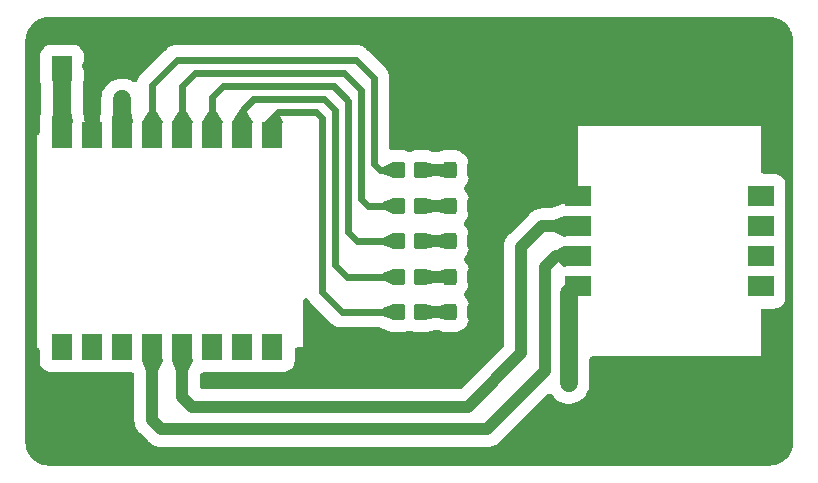
<source format=gbr>
%TF.GenerationSoftware,KiCad,Pcbnew,7.0.11*%
%TF.CreationDate,2024-11-27T22:18:04+00:00*%
%TF.ProjectId,project_x_pcb,70726f6a-6563-4745-9f78-5f7063622e6b,rev?*%
%TF.SameCoordinates,Original*%
%TF.FileFunction,Copper,L1,Top*%
%TF.FilePolarity,Positive*%
%FSLAX46Y46*%
G04 Gerber Fmt 4.6, Leading zero omitted, Abs format (unit mm)*
G04 Created by KiCad (PCBNEW 7.0.11) date 2024-11-27 22:18:04*
%MOMM*%
%LPD*%
G01*
G04 APERTURE LIST*
G04 Aperture macros list*
%AMRoundRect*
0 Rectangle with rounded corners*
0 $1 Rounding radius*
0 $2 $3 $4 $5 $6 $7 $8 $9 X,Y pos of 4 corners*
0 Add a 4 corners polygon primitive as box body*
4,1,4,$2,$3,$4,$5,$6,$7,$8,$9,$2,$3,0*
0 Add four circle primitives for the rounded corners*
1,1,$1+$1,$2,$3*
1,1,$1+$1,$4,$5*
1,1,$1+$1,$6,$7*
1,1,$1+$1,$8,$9*
0 Add four rect primitives between the rounded corners*
20,1,$1+$1,$2,$3,$4,$5,0*
20,1,$1+$1,$4,$5,$6,$7,0*
20,1,$1+$1,$6,$7,$8,$9,0*
20,1,$1+$1,$8,$9,$2,$3,0*%
G04 Aperture macros list end*
%TA.AperFunction,SMDPad,CuDef*%
%ADD10RoundRect,0.250000X0.325000X0.450000X-0.325000X0.450000X-0.325000X-0.450000X0.325000X-0.450000X0*%
%TD*%
%TA.AperFunction,SMDPad,CuDef*%
%ADD11RoundRect,0.250000X-0.350000X-0.450000X0.350000X-0.450000X0.350000X0.450000X-0.350000X0.450000X0*%
%TD*%
%TA.AperFunction,SMDPad,CuDef*%
%ADD12R,2.200000X1.800000*%
%TD*%
%TA.AperFunction,SMDPad,CuDef*%
%ADD13R,1.800000X2.200000*%
%TD*%
%TA.AperFunction,ComponentPad*%
%ADD14R,1.700000X1.700000*%
%TD*%
%TA.AperFunction,ComponentPad*%
%ADD15O,1.700000X1.700000*%
%TD*%
%TA.AperFunction,ViaPad*%
%ADD16C,1.200000*%
%TD*%
%TA.AperFunction,Conductor*%
%ADD17C,0.600000*%
%TD*%
%TA.AperFunction,Conductor*%
%ADD18C,1.000000*%
%TD*%
%TA.AperFunction,Conductor*%
%ADD19C,1.500000*%
%TD*%
G04 APERTURE END LIST*
D10*
%TO.P,D3,1,K*%
%TO.N,GND*%
X102010000Y-71000000D03*
%TO.P,D3,2,A*%
%TO.N,Net-(D3-A)*%
X99960000Y-71000000D03*
%TD*%
D11*
%TO.P,R2,1*%
%TO.N,LED4*%
X95510000Y-68000000D03*
%TO.P,R2,2*%
%TO.N,Net-(D2-A)*%
X97510000Y-68000000D03*
%TD*%
D12*
%TO.P,U2,1,GND*%
%TO.N,GND*%
X110750000Y-67190000D03*
%TO.P,U2,2,SCL*%
%TO.N,SCL*%
X110750000Y-69730000D03*
%TO.P,U2,3,SDA*%
%TO.N,SDA*%
X110750000Y-72270000D03*
%TO.P,U2,4,VIN*%
%TO.N,/3.3V*%
X110750000Y-74810000D03*
%TO.P,U2,5,GND*%
%TO.N,unconnected-(U2-GND-Pad5)*%
X126250000Y-74810000D03*
%TO.P,U2,6,RD*%
%TO.N,unconnected-(U2-RD-Pad6)*%
X126250000Y-72270000D03*
%TO.P,U2,7,IRD*%
%TO.N,unconnected-(U2-IRD-Pad7)*%
X126250000Y-69730000D03*
%TO.P,U2,8,INT*%
%TO.N,unconnected-(U2-INT-Pad8)*%
X126250000Y-67190000D03*
%TD*%
D11*
%TO.P,R3,1*%
%TO.N,LED3*%
X95510000Y-71000000D03*
%TO.P,R3,2*%
%TO.N,Net-(D3-A)*%
X97510000Y-71000000D03*
%TD*%
%TO.P,R5,1*%
%TO.N,LED1*%
X95510000Y-77000000D03*
%TO.P,R5,2*%
%TO.N,Net-(D5-A)*%
X97510000Y-77000000D03*
%TD*%
D13*
%TO.P,U1,1,A5/MISO*%
%TO.N,unconnected-(U1-A5{slash}MISO-Pad1)*%
X67110000Y-80000000D03*
%TO.P,U1,2,MOSI*%
%TO.N,unconnected-(U1-MOSI-Pad2)*%
X69650000Y-80000000D03*
%TO.P,U1,3,SS*%
%TO.N,unconnected-(U1-SS-Pad3)*%
X72190000Y-80000000D03*
%TO.P,U1,4,SDA*%
%TO.N,SDA*%
X74730000Y-80000000D03*
%TO.P,U1,5,SCL*%
%TO.N,SCL*%
X77270000Y-80000000D03*
%TO.P,U1,6,10*%
%TO.N,unconnected-(U1-10-Pad6)*%
X79810000Y-80000000D03*
%TO.P,U1,7,RX*%
%TO.N,unconnected-(U1-RX-Pad7)*%
X82350000Y-80000000D03*
%TO.P,U1,8,TX*%
%TO.N,unconnected-(U1-TX-Pad8)*%
X84890000Y-80000000D03*
%TO.P,U1,9,A0*%
%TO.N,LED1*%
X84890000Y-62000000D03*
%TO.P,U1,10,A1*%
%TO.N,LED2*%
X82350000Y-62000000D03*
%TO.P,U1,11,A2*%
%TO.N,LED3*%
X79810000Y-62000000D03*
%TO.P,U1,12,A3*%
%TO.N,LED4*%
X77270000Y-62000000D03*
%TO.P,U1,13,A4/SCL*%
%TO.N,LED5*%
X74730000Y-62000000D03*
%TO.P,U1,14,3.3V*%
%TO.N,/3.3V*%
X72190000Y-62000000D03*
%TO.P,U1,15,GND*%
%TO.N,GND*%
X69650000Y-62000000D03*
%TO.P,U1,16,5V*%
%TO.N,VDD*%
X67110000Y-62000000D03*
%TD*%
D11*
%TO.P,R4,1*%
%TO.N,LED2*%
X95510000Y-74000000D03*
%TO.P,R4,2*%
%TO.N,Net-(D4-A)*%
X97510000Y-74000000D03*
%TD*%
D10*
%TO.P,D2,1,K*%
%TO.N,GND*%
X102010000Y-68000000D03*
%TO.P,D2,2,A*%
%TO.N,Net-(D2-A)*%
X99960000Y-68000000D03*
%TD*%
%TO.P,D1,1,K*%
%TO.N,GND*%
X102010000Y-65000000D03*
%TO.P,D1,2,A*%
%TO.N,Net-(D1-A)*%
X99960000Y-65000000D03*
%TD*%
D11*
%TO.P,R1,1*%
%TO.N,LED5*%
X95510000Y-65000000D03*
%TO.P,R1,2*%
%TO.N,Net-(D1-A)*%
X97510000Y-65000000D03*
%TD*%
D10*
%TO.P,D4,1,K*%
%TO.N,GND*%
X102010000Y-74000000D03*
%TO.P,D4,2,A*%
%TO.N,Net-(D4-A)*%
X99960000Y-74000000D03*
%TD*%
%TO.P,D5,1,K*%
%TO.N,GND*%
X102010000Y-77000000D03*
%TO.P,D5,2,A*%
%TO.N,Net-(D5-A)*%
X99960000Y-77000000D03*
%TD*%
D14*
%TO.P,J1,1,Pin_1*%
%TO.N,VDD*%
X67100000Y-56200000D03*
D15*
%TO.P,J1,2,Pin_2*%
%TO.N,GND*%
X69640000Y-56200000D03*
%TD*%
D16*
%TO.N,GND*%
X90500000Y-80000000D03*
X126500000Y-88000000D03*
X104000000Y-61000000D03*
X126500000Y-54500000D03*
X66500000Y-88000000D03*
%TO.N,/3.3V*%
X72190000Y-59000000D03*
X110000000Y-83000000D03*
%TD*%
D17*
%TO.N,GND*%
X69650000Y-62000000D02*
X69650000Y-56210000D01*
X110750000Y-67190000D02*
X104200000Y-67190000D01*
D18*
X102200000Y-65190000D02*
X102010000Y-65000000D01*
D17*
X69650000Y-56210000D02*
X69640000Y-56200000D01*
X102010000Y-77000000D02*
X102010000Y-65000000D01*
X104200000Y-67190000D02*
X102010000Y-65000000D01*
%TO.N,LED1*%
X95510000Y-77000000D02*
X90800000Y-77000000D01*
X84890000Y-60610000D02*
X84890000Y-62000000D01*
X88600000Y-60100000D02*
X85400000Y-60100000D01*
X89100000Y-60600000D02*
X88600000Y-60100000D01*
X85400000Y-60100000D02*
X84890000Y-60610000D01*
X90800000Y-77000000D02*
X89100000Y-75300000D01*
X89100000Y-75300000D02*
X89100000Y-60600000D01*
%TO.N,LED2*%
X89300000Y-59000000D02*
X83300000Y-59000000D01*
X91200000Y-74000000D02*
X90200000Y-73000000D01*
X90200000Y-59900000D02*
X89300000Y-59000000D01*
X90200000Y-73000000D02*
X90200000Y-59900000D01*
X83300000Y-59000000D02*
X82350000Y-59950000D01*
X95510000Y-74000000D02*
X91200000Y-74000000D01*
X82350000Y-59950000D02*
X82350000Y-62000000D01*
%TO.N,LED3*%
X95510000Y-71000000D02*
X92100000Y-71000000D01*
X91300000Y-70200000D02*
X91300000Y-59100000D01*
X92100000Y-71000000D02*
X91300000Y-70200000D01*
X80700000Y-57900000D02*
X79810000Y-58790000D01*
X79810000Y-58790000D02*
X79810000Y-62000000D01*
X90100000Y-57900000D02*
X80700000Y-57900000D01*
X91300000Y-59100000D02*
X90100000Y-57900000D01*
%TO.N,LED4*%
X91000000Y-56800000D02*
X92400000Y-58200000D01*
X77270000Y-57880000D02*
X78350000Y-56800000D01*
X92400000Y-58200000D02*
X92400000Y-67400000D01*
X92400000Y-67400000D02*
X93000000Y-68000000D01*
X77270000Y-62000000D02*
X77270000Y-57880000D01*
X93000000Y-68000000D02*
X95510000Y-68000000D01*
X78350000Y-56800000D02*
X91000000Y-56800000D01*
%TO.N,LED5*%
X74730000Y-62000000D02*
X74730000Y-57770000D01*
X74730000Y-57770000D02*
X76800000Y-55700000D01*
X92000000Y-55700000D02*
X93500000Y-57200000D01*
X94000000Y-65000000D02*
X95510000Y-65000000D01*
X76800000Y-55700000D02*
X92000000Y-55700000D01*
X93500000Y-64500000D02*
X94000000Y-65000000D01*
X93500000Y-57200000D02*
X93500000Y-64500000D01*
D19*
%TO.N,VDD*%
X67100000Y-61990000D02*
X67110000Y-62000000D01*
X67100000Y-56200000D02*
X67100000Y-61990000D01*
D18*
%TO.N,SDA*%
X108929898Y-72270000D02*
X108000000Y-73199898D01*
X75500000Y-86900000D02*
X74730000Y-86130000D01*
X110750000Y-72270000D02*
X108929898Y-72270000D01*
X108000000Y-82000000D02*
X103100000Y-86900000D01*
X74730000Y-86130000D02*
X74730000Y-80000000D01*
X108000000Y-73199898D02*
X108000000Y-82000000D01*
X103100000Y-86900000D02*
X75500000Y-86900000D01*
%TO.N,SCL*%
X101500000Y-85000000D02*
X78110000Y-85000000D01*
X106000000Y-71500000D02*
X106000000Y-80500000D01*
X77270000Y-84160000D02*
X77270000Y-80000000D01*
X110750000Y-69730000D02*
X107770000Y-69730000D01*
X107770000Y-69730000D02*
X106000000Y-71500000D01*
X106000000Y-80500000D02*
X101500000Y-85000000D01*
X78110000Y-85000000D02*
X77270000Y-84160000D01*
%TO.N,/3.3V*%
X110160660Y-75399340D02*
X110000000Y-75399340D01*
X110750000Y-74810000D02*
X110160660Y-75399340D01*
D19*
X72190000Y-59000000D02*
X72190000Y-62000000D01*
X110000000Y-83000000D02*
X110000000Y-75399340D01*
D18*
%TO.N,Net-(D1-A)*%
X97510000Y-65000000D02*
X99960000Y-65000000D01*
%TO.N,Net-(D2-A)*%
X97510000Y-68000000D02*
X99960000Y-68000000D01*
%TO.N,Net-(D3-A)*%
X97510000Y-71000000D02*
X99960000Y-71000000D01*
%TO.N,Net-(D4-A)*%
X97510000Y-74000000D02*
X99960000Y-74000000D01*
%TO.N,Net-(D5-A)*%
X97510000Y-77000000D02*
X99960000Y-77000000D01*
%TD*%
%TA.AperFunction,Conductor*%
%TO.N,SDA*%
G36*
X109655804Y-71444006D02*
G01*
X110738812Y-72260327D01*
X110743356Y-72268043D01*
X110741113Y-72276712D01*
X110739180Y-72278725D01*
X109657548Y-73163823D01*
X109648975Y-73166410D01*
X109642565Y-73163687D01*
X109156601Y-72751063D01*
X109155901Y-72750417D01*
X108460587Y-72055103D01*
X108457160Y-72046830D01*
X108460587Y-72038557D01*
X108463603Y-72036378D01*
X109643507Y-71442896D01*
X109652435Y-71442241D01*
X109655804Y-71444006D01*
G37*
%TD.AperFunction*%
%TD*%
%TA.AperFunction,Conductor*%
%TO.N,LED3*%
G36*
X94971081Y-70406322D02*
G01*
X95205965Y-70664594D01*
X95503840Y-70992128D01*
X95506871Y-71000554D01*
X95503840Y-71007872D01*
X94971083Y-71593675D01*
X94962981Y-71597490D01*
X94957557Y-71596441D01*
X94316830Y-71303126D01*
X94310734Y-71296567D01*
X94310000Y-71292488D01*
X94310000Y-70707511D01*
X94313427Y-70699238D01*
X94316828Y-70696873D01*
X94957558Y-70403557D01*
X94966506Y-70403230D01*
X94971081Y-70406322D01*
G37*
%TD.AperFunction*%
%TD*%
%TA.AperFunction,Conductor*%
%TO.N,Net-(D3-A)*%
G36*
X99426349Y-70428119D02*
G01*
X99427686Y-70429343D01*
X99603430Y-70617392D01*
X99953533Y-70992011D01*
X99956678Y-71000396D01*
X99953533Y-71007989D01*
X99427689Y-71570653D01*
X99419537Y-71574357D01*
X99417722Y-71574278D01*
X98820281Y-71501256D01*
X98812484Y-71496850D01*
X98810000Y-71489642D01*
X98810000Y-70510357D01*
X98813427Y-70502084D01*
X98820279Y-70498743D01*
X99417723Y-70425721D01*
X99426349Y-70428119D01*
G37*
%TD.AperFunction*%
%TD*%
%TA.AperFunction,Conductor*%
%TO.N,LED1*%
G36*
X94971081Y-76406322D02*
G01*
X95205965Y-76664594D01*
X95503840Y-76992128D01*
X95506871Y-77000554D01*
X95503840Y-77007872D01*
X94971083Y-77593675D01*
X94962981Y-77597490D01*
X94957557Y-77596441D01*
X94316830Y-77303126D01*
X94310734Y-77296567D01*
X94310000Y-77292488D01*
X94310000Y-76707511D01*
X94313427Y-76699238D01*
X94316828Y-76696873D01*
X94957558Y-76403557D01*
X94966506Y-76403230D01*
X94971081Y-76406322D01*
G37*
%TD.AperFunction*%
%TD*%
%TA.AperFunction,Conductor*%
%TO.N,Net-(D3-A)*%
G36*
X98060868Y-70400945D02*
G01*
X98700067Y-70498484D01*
X98707726Y-70503119D01*
X98710000Y-70510049D01*
X98710000Y-71489950D01*
X98706573Y-71498223D01*
X98700065Y-71501516D01*
X98060869Y-71599053D01*
X98052174Y-71596913D01*
X98050448Y-71595359D01*
X97516159Y-71007872D01*
X97513128Y-70999446D01*
X97516159Y-70992128D01*
X98050450Y-70404639D01*
X98058550Y-70400825D01*
X98060868Y-70400945D01*
G37*
%TD.AperFunction*%
%TD*%
%TA.AperFunction,Conductor*%
%TO.N,SCL*%
G36*
X77277405Y-80008428D02*
G01*
X77279059Y-80010082D01*
X78165442Y-81094424D01*
X78168024Y-81102998D01*
X78167075Y-81106581D01*
X77773088Y-81993052D01*
X77766596Y-81999220D01*
X77762396Y-82000000D01*
X76777604Y-82000000D01*
X76769331Y-81996573D01*
X76766912Y-81993052D01*
X76372923Y-81106578D01*
X76372696Y-81097629D01*
X76374554Y-81094428D01*
X77260941Y-80010081D01*
X77268831Y-80005846D01*
X77277405Y-80008428D01*
G37*
%TD.AperFunction*%
%TD*%
%TA.AperFunction,Conductor*%
%TO.N,LED5*%
G36*
X75032011Y-60003427D02*
G01*
X75033473Y-60005210D01*
X75625201Y-60892802D01*
X75626939Y-60901587D01*
X75624525Y-60906697D01*
X74739059Y-61989917D01*
X74731169Y-61994153D01*
X74722595Y-61991571D01*
X74720941Y-61989917D01*
X73835474Y-60906697D01*
X73832892Y-60898123D01*
X73834797Y-60892804D01*
X74426527Y-60005210D01*
X74433967Y-60000227D01*
X74436262Y-60000000D01*
X75023738Y-60000000D01*
X75032011Y-60003427D01*
G37*
%TD.AperFunction*%
%TD*%
%TA.AperFunction,Conductor*%
%TO.N,SCL*%
G36*
X109655575Y-68834557D02*
G01*
X110739917Y-69720941D01*
X110744153Y-69728831D01*
X110741571Y-69737405D01*
X110739917Y-69739059D01*
X109655575Y-70625442D01*
X109647001Y-70628024D01*
X109643419Y-70627075D01*
X108756948Y-70233088D01*
X108750780Y-70226596D01*
X108750000Y-70222396D01*
X108750000Y-69237604D01*
X108753427Y-69229331D01*
X108756948Y-69226912D01*
X109643421Y-68832923D01*
X109652370Y-68832696D01*
X109655575Y-68834557D01*
G37*
%TD.AperFunction*%
%TD*%
%TA.AperFunction,Conductor*%
%TO.N,LED1*%
G36*
X85117475Y-59974811D02*
G01*
X85117704Y-59975034D01*
X85532136Y-60389466D01*
X85534312Y-60392475D01*
X85786579Y-60893209D01*
X85787241Y-60902139D01*
X85785185Y-60905883D01*
X84899797Y-61987869D01*
X84891905Y-61992101D01*
X84883332Y-61989514D01*
X84880724Y-61986502D01*
X84229934Y-60907623D01*
X84228595Y-60898769D01*
X84231455Y-60893537D01*
X85100938Y-59975261D01*
X85109112Y-59971611D01*
X85117475Y-59974811D01*
G37*
%TD.AperFunction*%
%TD*%
%TA.AperFunction,Conductor*%
%TO.N,Net-(D1-A)*%
G36*
X99426349Y-64428119D02*
G01*
X99427686Y-64429343D01*
X99603430Y-64617392D01*
X99953533Y-64992011D01*
X99956678Y-65000396D01*
X99953533Y-65007989D01*
X99427689Y-65570653D01*
X99419537Y-65574357D01*
X99417722Y-65574278D01*
X98820281Y-65501256D01*
X98812484Y-65496850D01*
X98810000Y-65489642D01*
X98810000Y-64510357D01*
X98813427Y-64502084D01*
X98820279Y-64498743D01*
X99417723Y-64425721D01*
X99426349Y-64428119D01*
G37*
%TD.AperFunction*%
%TD*%
%TA.AperFunction,Conductor*%
%TO.N,VDD*%
G36*
X67108266Y-56207276D02*
G01*
X67945996Y-57045991D01*
X67949418Y-57054266D01*
X67949338Y-57055626D01*
X67851216Y-57889667D01*
X67846846Y-57897483D01*
X67839596Y-57900000D01*
X66360404Y-57900000D01*
X66352131Y-57896573D01*
X66348784Y-57889667D01*
X66250661Y-57055623D01*
X66253098Y-57047009D01*
X66253992Y-57046002D01*
X67091723Y-56207286D01*
X67099993Y-56203855D01*
X67108266Y-56207276D01*
G37*
%TD.AperFunction*%
%TD*%
%TA.AperFunction,Conductor*%
%TO.N,LED5*%
G36*
X94971081Y-64406322D02*
G01*
X95205965Y-64664594D01*
X95503840Y-64992128D01*
X95506871Y-65000554D01*
X95503840Y-65007872D01*
X94971083Y-65593675D01*
X94962981Y-65597490D01*
X94957557Y-65596441D01*
X94316830Y-65303126D01*
X94310734Y-65296567D01*
X94310000Y-65292488D01*
X94310000Y-64707511D01*
X94313427Y-64699238D01*
X94316828Y-64696873D01*
X94957558Y-64403557D01*
X94966506Y-64403230D01*
X94971081Y-64406322D01*
G37*
%TD.AperFunction*%
%TD*%
%TA.AperFunction,Conductor*%
%TO.N,LED4*%
G36*
X77572011Y-60003427D02*
G01*
X77573473Y-60005210D01*
X78165201Y-60892802D01*
X78166939Y-60901587D01*
X78164525Y-60906697D01*
X77279059Y-61989917D01*
X77271169Y-61994153D01*
X77262595Y-61991571D01*
X77260941Y-61989917D01*
X76375474Y-60906697D01*
X76372892Y-60898123D01*
X76374797Y-60892804D01*
X76966527Y-60005210D01*
X76973967Y-60000227D01*
X76976262Y-60000000D01*
X77563738Y-60000000D01*
X77572011Y-60003427D01*
G37*
%TD.AperFunction*%
%TD*%
%TA.AperFunction,Conductor*%
%TO.N,Net-(D2-A)*%
G36*
X99426349Y-67428119D02*
G01*
X99427686Y-67429343D01*
X99603430Y-67617392D01*
X99953533Y-67992011D01*
X99956678Y-68000396D01*
X99953533Y-68007989D01*
X99427689Y-68570653D01*
X99419537Y-68574357D01*
X99417722Y-68574278D01*
X98820281Y-68501256D01*
X98812484Y-68496850D01*
X98810000Y-68489642D01*
X98810000Y-67510357D01*
X98813427Y-67502084D01*
X98820279Y-67498743D01*
X99417723Y-67425721D01*
X99426349Y-67428119D01*
G37*
%TD.AperFunction*%
%TD*%
%TA.AperFunction,Conductor*%
%TO.N,/3.3V*%
G36*
X72938362Y-60003427D02*
G01*
X72941630Y-60009777D01*
X73089128Y-60894773D01*
X73087108Y-60903497D01*
X73086646Y-60904101D01*
X72199059Y-61989917D01*
X72191169Y-61994153D01*
X72182595Y-61991571D01*
X72180941Y-61989917D01*
X71293353Y-60904101D01*
X71290771Y-60895527D01*
X71290871Y-60894773D01*
X71438370Y-60009777D01*
X71443111Y-60002179D01*
X71449911Y-60000000D01*
X72930089Y-60000000D01*
X72938362Y-60003427D01*
G37*
%TD.AperFunction*%
%TD*%
%TA.AperFunction,Conductor*%
%TO.N,Net-(D2-A)*%
G36*
X98060868Y-67400945D02*
G01*
X98700067Y-67498484D01*
X98707726Y-67503119D01*
X98710000Y-67510049D01*
X98710000Y-68489950D01*
X98706573Y-68498223D01*
X98700065Y-68501516D01*
X98060869Y-68599053D01*
X98052174Y-68596913D01*
X98050448Y-68595359D01*
X97516159Y-68007872D01*
X97513128Y-67999446D01*
X97516159Y-67992128D01*
X98050450Y-67404639D01*
X98058550Y-67400825D01*
X98060868Y-67400945D01*
G37*
%TD.AperFunction*%
%TD*%
%TA.AperFunction,Conductor*%
%TO.N,Net-(D4-A)*%
G36*
X99426349Y-73428119D02*
G01*
X99427686Y-73429343D01*
X99603430Y-73617392D01*
X99953533Y-73992011D01*
X99956678Y-74000396D01*
X99953533Y-74007989D01*
X99427689Y-74570653D01*
X99419537Y-74574357D01*
X99417722Y-74574278D01*
X98820281Y-74501256D01*
X98812484Y-74496850D01*
X98810000Y-74489642D01*
X98810000Y-73510357D01*
X98813427Y-73502084D01*
X98820279Y-73498743D01*
X99417723Y-73425721D01*
X99426349Y-73428119D01*
G37*
%TD.AperFunction*%
%TD*%
%TA.AperFunction,Conductor*%
%TO.N,LED2*%
G36*
X94971081Y-73406322D02*
G01*
X95205965Y-73664594D01*
X95503840Y-73992128D01*
X95506871Y-74000554D01*
X95503840Y-74007872D01*
X94971083Y-74593675D01*
X94962981Y-74597490D01*
X94957557Y-74596441D01*
X94316830Y-74303126D01*
X94310734Y-74296567D01*
X94310000Y-74292488D01*
X94310000Y-73707511D01*
X94313427Y-73699238D01*
X94316828Y-73696873D01*
X94957558Y-73403557D01*
X94966506Y-73403230D01*
X94971081Y-73406322D01*
G37*
%TD.AperFunction*%
%TD*%
%TA.AperFunction,Conductor*%
%TO.N,VDD*%
G36*
X67848411Y-60003427D02*
G01*
X67851669Y-60009720D01*
X68003610Y-60894763D01*
X68001633Y-60903497D01*
X68001160Y-60904121D01*
X67119053Y-61989856D01*
X67111176Y-61994116D01*
X67102594Y-61991559D01*
X67100913Y-61989883D01*
X66213304Y-60904042D01*
X66210722Y-60895468D01*
X66210798Y-60894867D01*
X66348460Y-60009902D01*
X66353118Y-60002254D01*
X66360021Y-60000000D01*
X67840138Y-60000000D01*
X67848411Y-60003427D01*
G37*
%TD.AperFunction*%
%TD*%
%TA.AperFunction,Conductor*%
%TO.N,LED4*%
G36*
X94971081Y-67406322D02*
G01*
X95205965Y-67664594D01*
X95503840Y-67992128D01*
X95506871Y-68000554D01*
X95503840Y-68007872D01*
X94971083Y-68593675D01*
X94962981Y-68597490D01*
X94957557Y-68596441D01*
X94316830Y-68303126D01*
X94310734Y-68296567D01*
X94310000Y-68292488D01*
X94310000Y-67707511D01*
X94313427Y-67699238D01*
X94316828Y-67696873D01*
X94957558Y-67403557D01*
X94966506Y-67403230D01*
X94971081Y-67406322D01*
G37*
%TD.AperFunction*%
%TD*%
%TA.AperFunction,Conductor*%
%TO.N,LED3*%
G36*
X80112011Y-60003427D02*
G01*
X80113473Y-60005210D01*
X80705201Y-60892802D01*
X80706939Y-60901587D01*
X80704525Y-60906697D01*
X79819059Y-61989917D01*
X79811169Y-61994153D01*
X79802595Y-61991571D01*
X79800941Y-61989917D01*
X78915474Y-60906697D01*
X78912892Y-60898123D01*
X78914797Y-60892804D01*
X79506527Y-60005210D01*
X79513967Y-60000227D01*
X79516262Y-60000000D01*
X80103738Y-60000000D01*
X80112011Y-60003427D01*
G37*
%TD.AperFunction*%
%TD*%
%TA.AperFunction,Conductor*%
%TO.N,Net-(D1-A)*%
G36*
X98060868Y-64400945D02*
G01*
X98700067Y-64498484D01*
X98707726Y-64503119D01*
X98710000Y-64510049D01*
X98710000Y-65489950D01*
X98706573Y-65498223D01*
X98700065Y-65501516D01*
X98060869Y-65599053D01*
X98052174Y-65596913D01*
X98050448Y-65595359D01*
X97516159Y-65007872D01*
X97513128Y-64999446D01*
X97516159Y-64992128D01*
X98050450Y-64404639D01*
X98058550Y-64400825D01*
X98060868Y-64400945D01*
G37*
%TD.AperFunction*%
%TD*%
%TA.AperFunction,Conductor*%
%TO.N,LED2*%
G36*
X82652011Y-60003427D02*
G01*
X82653473Y-60005210D01*
X83245201Y-60892802D01*
X83246939Y-60901587D01*
X83244525Y-60906697D01*
X82359059Y-61989917D01*
X82351169Y-61994153D01*
X82342595Y-61991571D01*
X82340941Y-61989917D01*
X81455474Y-60906697D01*
X81452892Y-60898123D01*
X81454797Y-60892804D01*
X82046527Y-60005210D01*
X82053967Y-60000227D01*
X82056262Y-60000000D01*
X82643738Y-60000000D01*
X82652011Y-60003427D01*
G37*
%TD.AperFunction*%
%TD*%
%TA.AperFunction,Conductor*%
%TO.N,SDA*%
G36*
X74737405Y-80008428D02*
G01*
X74739059Y-80010082D01*
X75625442Y-81094424D01*
X75628024Y-81102998D01*
X75627075Y-81106581D01*
X75233088Y-81993052D01*
X75226596Y-81999220D01*
X75222396Y-82000000D01*
X74237604Y-82000000D01*
X74229331Y-81996573D01*
X74226912Y-81993052D01*
X73832923Y-81106578D01*
X73832696Y-81097629D01*
X73834554Y-81094428D01*
X74720941Y-80010081D01*
X74728831Y-80005846D01*
X74737405Y-80008428D01*
G37*
%TD.AperFunction*%
%TD*%
%TA.AperFunction,Conductor*%
%TO.N,Net-(D4-A)*%
G36*
X98060868Y-73400945D02*
G01*
X98700067Y-73498484D01*
X98707726Y-73503119D01*
X98710000Y-73510049D01*
X98710000Y-74489950D01*
X98706573Y-74498223D01*
X98700065Y-74501516D01*
X98060869Y-74599053D01*
X98052174Y-74596913D01*
X98050448Y-74595359D01*
X97516159Y-74007872D01*
X97513128Y-73999446D01*
X97516159Y-73992128D01*
X98050450Y-73404639D01*
X98058550Y-73400825D01*
X98060868Y-73400945D01*
G37*
%TD.AperFunction*%
%TD*%
%TA.AperFunction,Conductor*%
%TO.N,Net-(D5-A)*%
G36*
X99426349Y-76428119D02*
G01*
X99427686Y-76429343D01*
X99603430Y-76617392D01*
X99953533Y-76992011D01*
X99956678Y-77000396D01*
X99953533Y-77007989D01*
X99427689Y-77570653D01*
X99419537Y-77574357D01*
X99417722Y-77574278D01*
X98820281Y-77501256D01*
X98812484Y-77496850D01*
X98810000Y-77489642D01*
X98810000Y-76510357D01*
X98813427Y-76502084D01*
X98820279Y-76498743D01*
X99417723Y-76425721D01*
X99426349Y-76428119D01*
G37*
%TD.AperFunction*%
%TD*%
%TA.AperFunction,Conductor*%
%TO.N,Net-(D5-A)*%
G36*
X98060868Y-76400945D02*
G01*
X98700067Y-76498484D01*
X98707726Y-76503119D01*
X98710000Y-76510049D01*
X98710000Y-77489950D01*
X98706573Y-77498223D01*
X98700065Y-77501516D01*
X98060869Y-77599053D01*
X98052174Y-77596913D01*
X98050448Y-77595359D01*
X97516159Y-77007872D01*
X97513128Y-76999446D01*
X97516159Y-76992128D01*
X98050450Y-76404639D01*
X98058550Y-76400825D01*
X98060868Y-76400945D01*
G37*
%TD.AperFunction*%
%TD*%
%TA.AperFunction,Conductor*%
%TO.N,GND*%
G36*
X126994341Y-52000536D02*
G01*
X126995456Y-52000556D01*
X127004399Y-52000874D01*
X127010126Y-52001181D01*
X127013042Y-52001354D01*
X127083425Y-52005967D01*
X127083894Y-52006000D01*
X127208855Y-52014937D01*
X127217673Y-52015726D01*
X127275445Y-52021936D01*
X127292992Y-52024459D01*
X127317315Y-52028848D01*
X127321402Y-52029623D01*
X127387311Y-52042733D01*
X127391529Y-52043611D01*
X127489262Y-52064872D01*
X127497865Y-52066905D01*
X127547226Y-52079503D01*
X127565662Y-52084977D01*
X127655941Y-52115622D01*
X127662872Y-52118090D01*
X127759652Y-52154188D01*
X127767920Y-52157441D01*
X127803273Y-52172085D01*
X127818106Y-52178805D01*
X127908361Y-52223314D01*
X127917452Y-52228034D01*
X128014644Y-52281106D01*
X128022300Y-52285466D01*
X128043530Y-52298062D01*
X128054766Y-52305142D01*
X128142475Y-52363748D01*
X128142487Y-52363756D01*
X128153360Y-52371450D01*
X128248909Y-52442977D01*
X128255902Y-52448409D01*
X128263044Y-52454165D01*
X128270958Y-52460819D01*
X128354888Y-52534423D01*
X128366782Y-52545562D01*
X128454436Y-52633216D01*
X128465575Y-52645110D01*
X128539172Y-52729032D01*
X128545839Y-52736962D01*
X128551569Y-52744072D01*
X128557028Y-52751098D01*
X128628544Y-52846632D01*
X128636244Y-52857514D01*
X128694852Y-52945226D01*
X128701942Y-52956477D01*
X128714525Y-52977685D01*
X128718905Y-52985377D01*
X128746859Y-53036570D01*
X128771922Y-53082469D01*
X128771928Y-53082479D01*
X128776709Y-53091685D01*
X128821192Y-53181889D01*
X128827916Y-53196730D01*
X128842551Y-53232062D01*
X128845806Y-53240334D01*
X128881906Y-53337123D01*
X128884390Y-53344100D01*
X128915015Y-53434317D01*
X128920495Y-53452773D01*
X128933089Y-53502113D01*
X128935133Y-53510767D01*
X128956370Y-53608391D01*
X128957277Y-53612744D01*
X128970360Y-53678519D01*
X128971188Y-53682884D01*
X128975534Y-53706972D01*
X128978063Y-53724565D01*
X128984269Y-53782287D01*
X128985062Y-53791143D01*
X128993970Y-53915702D01*
X128994071Y-53917179D01*
X128998644Y-53986953D01*
X128998820Y-53989915D01*
X128999125Y-53995607D01*
X128999439Y-54004310D01*
X128999457Y-54005280D01*
X128999500Y-54009900D01*
X128999500Y-87990098D01*
X128999457Y-87994723D01*
X128999439Y-87995692D01*
X128999124Y-88004422D01*
X128998818Y-88010119D01*
X128998643Y-88013046D01*
X128994071Y-88082816D01*
X128993970Y-88084296D01*
X128985062Y-88208856D01*
X128984270Y-88217706D01*
X128982897Y-88230485D01*
X128978065Y-88275428D01*
X128975533Y-88293034D01*
X128971184Y-88317133D01*
X128970358Y-88321487D01*
X128957277Y-88387253D01*
X128956371Y-88391606D01*
X128935130Y-88489251D01*
X128933084Y-88497909D01*
X128920497Y-88547219D01*
X128915018Y-88565672D01*
X128884386Y-88655910D01*
X128881902Y-88662885D01*
X128845809Y-88759657D01*
X128842551Y-88767938D01*
X128827914Y-88803272D01*
X128821194Y-88818104D01*
X128776714Y-88908303D01*
X128771933Y-88917510D01*
X128718917Y-89014601D01*
X128714514Y-89022331D01*
X128701944Y-89043515D01*
X128694841Y-89054789D01*
X128636238Y-89142494D01*
X128628537Y-89153376D01*
X128557038Y-89248888D01*
X128551588Y-89255904D01*
X128545853Y-89263021D01*
X128539176Y-89270962D01*
X128465574Y-89354889D01*
X128454436Y-89366782D01*
X128366782Y-89454436D01*
X128354889Y-89465574D01*
X128270962Y-89539176D01*
X128263021Y-89545853D01*
X128255904Y-89551588D01*
X128248888Y-89557038D01*
X128153376Y-89628537D01*
X128142494Y-89636238D01*
X128054789Y-89694841D01*
X128043515Y-89701944D01*
X128022331Y-89714514D01*
X128014601Y-89718917D01*
X127917510Y-89771933D01*
X127908303Y-89776714D01*
X127818104Y-89821194D01*
X127803272Y-89827914D01*
X127767938Y-89842551D01*
X127759657Y-89845809D01*
X127662885Y-89881902D01*
X127655910Y-89884386D01*
X127565672Y-89915018D01*
X127547219Y-89920497D01*
X127515017Y-89928716D01*
X127497886Y-89933089D01*
X127489251Y-89935130D01*
X127391606Y-89956371D01*
X127387253Y-89957277D01*
X127321487Y-89970358D01*
X127317133Y-89971184D01*
X127293034Y-89975533D01*
X127275428Y-89978065D01*
X127217709Y-89984270D01*
X127208856Y-89985062D01*
X127084296Y-89993970D01*
X127082816Y-89994071D01*
X127013046Y-89998643D01*
X127010119Y-89998818D01*
X127004422Y-89999124D01*
X126995696Y-89999439D01*
X126995156Y-89999449D01*
X126994690Y-89999457D01*
X126990099Y-89999500D01*
X66009901Y-89999500D01*
X66005294Y-89999457D01*
X66005183Y-89999455D01*
X66004315Y-89999439D01*
X65995607Y-89999125D01*
X65989915Y-89998820D01*
X65986953Y-89998644D01*
X65917179Y-89994071D01*
X65915702Y-89993970D01*
X65791143Y-89985062D01*
X65782287Y-89984269D01*
X65724565Y-89978063D01*
X65706972Y-89975534D01*
X65682884Y-89971188D01*
X65678519Y-89970360D01*
X65612744Y-89957277D01*
X65608391Y-89956370D01*
X65510767Y-89935133D01*
X65502113Y-89933089D01*
X65452773Y-89920495D01*
X65434317Y-89915015D01*
X65344100Y-89884390D01*
X65337123Y-89881906D01*
X65240334Y-89845806D01*
X65232062Y-89842551D01*
X65196730Y-89827916D01*
X65181889Y-89821192D01*
X65131038Y-89796115D01*
X65091674Y-89776703D01*
X65082489Y-89771933D01*
X65036570Y-89746859D01*
X64985377Y-89718905D01*
X64977685Y-89714525D01*
X64956477Y-89701942D01*
X64945226Y-89694852D01*
X64857514Y-89636244D01*
X64846632Y-89628544D01*
X64751098Y-89557028D01*
X64744072Y-89551569D01*
X64736962Y-89545839D01*
X64729032Y-89539172D01*
X64645110Y-89465575D01*
X64633216Y-89454436D01*
X64545562Y-89366782D01*
X64534423Y-89354888D01*
X64460819Y-89270958D01*
X64454165Y-89263044D01*
X64448409Y-89255902D01*
X64442977Y-89248909D01*
X64371450Y-89153360D01*
X64363756Y-89142487D01*
X64344590Y-89113803D01*
X64305142Y-89054766D01*
X64298053Y-89043515D01*
X64285466Y-89022300D01*
X64281106Y-89014644D01*
X64228034Y-88917452D01*
X64223314Y-88908361D01*
X64178804Y-88818104D01*
X64172085Y-88803273D01*
X64165975Y-88788523D01*
X64157438Y-88767914D01*
X64154186Y-88759647D01*
X64118099Y-88662895D01*
X64118095Y-88662885D01*
X64118090Y-88662872D01*
X64115614Y-88655917D01*
X64111711Y-88644419D01*
X64084977Y-88565662D01*
X64079501Y-88547216D01*
X64066909Y-88497881D01*
X64064872Y-88489262D01*
X64043611Y-88391529D01*
X64042728Y-88387286D01*
X64029623Y-88321402D01*
X64028848Y-88317315D01*
X64024459Y-88292992D01*
X64021935Y-88275433D01*
X64021934Y-88275428D01*
X64015726Y-88217673D01*
X64014936Y-88208835D01*
X64006000Y-88083894D01*
X64005967Y-88083425D01*
X64001354Y-88013042D01*
X64001182Y-88010156D01*
X64000873Y-88004392D01*
X64000556Y-87995440D01*
X64000536Y-87994350D01*
X64000500Y-87990098D01*
X64000500Y-80000000D01*
X65000000Y-80000000D01*
X65000001Y-80000000D01*
X65009808Y-80009807D01*
X65055789Y-80018954D01*
X65136571Y-80072930D01*
X65190547Y-80153712D01*
X65209501Y-80249000D01*
X65209501Y-81158043D01*
X65220113Y-81277414D01*
X65220113Y-81277417D01*
X65220114Y-81277418D01*
X65276091Y-81473049D01*
X65370302Y-81653407D01*
X65498891Y-81811109D01*
X65656593Y-81939698D01*
X65836951Y-82033909D01*
X66032582Y-82089886D01*
X66151963Y-82100500D01*
X68068036Y-82100499D01*
X68187418Y-82089886D01*
X68311502Y-82054380D01*
X68408326Y-82046390D01*
X68448499Y-82054381D01*
X68572582Y-82089886D01*
X68691963Y-82100500D01*
X70608036Y-82100499D01*
X70727418Y-82089886D01*
X70851502Y-82054380D01*
X70948326Y-82046390D01*
X70988499Y-82054381D01*
X71112582Y-82089886D01*
X71231963Y-82100500D01*
X72980500Y-82100499D01*
X73075788Y-82119453D01*
X73156569Y-82173429D01*
X73210546Y-82254211D01*
X73229500Y-82349499D01*
X73229500Y-86021375D01*
X73227588Y-86052174D01*
X73225643Y-86067779D01*
X73229287Y-86155884D01*
X73229500Y-86166175D01*
X73229500Y-86192071D01*
X73231638Y-86217872D01*
X73232275Y-86228143D01*
X73235918Y-86316230D01*
X73239146Y-86331627D01*
X73243593Y-86362154D01*
X73244890Y-86377814D01*
X73244892Y-86377824D01*
X73266538Y-86463302D01*
X73268857Y-86473326D01*
X73286949Y-86559609D01*
X73286950Y-86559611D01*
X73292663Y-86574253D01*
X73302072Y-86603624D01*
X73305935Y-86618877D01*
X73305936Y-86618879D01*
X73341352Y-86699620D01*
X73345289Y-86709126D01*
X73377344Y-86791274D01*
X73377345Y-86791275D01*
X73385392Y-86804780D01*
X73399510Y-86832207D01*
X73405827Y-86846607D01*
X73405828Y-86846608D01*
X73454038Y-86920401D01*
X73459485Y-86929127D01*
X73504634Y-87004895D01*
X73514796Y-87016893D01*
X73533242Y-87041631D01*
X73541836Y-87054785D01*
X73541838Y-87054787D01*
X73601545Y-87119646D01*
X73608358Y-87127361D01*
X73625098Y-87147126D01*
X73643446Y-87165474D01*
X73650527Y-87172856D01*
X73705166Y-87232209D01*
X73710255Y-87237737D01*
X73710261Y-87237742D01*
X73722659Y-87247392D01*
X73745792Y-87267820D01*
X74362176Y-87884203D01*
X74382601Y-87907332D01*
X74392110Y-87919549D01*
X74392262Y-87919744D01*
X74457181Y-87979506D01*
X74464535Y-87986562D01*
X74482874Y-88004901D01*
X74482879Y-88004905D01*
X74502624Y-88021628D01*
X74510316Y-88028420D01*
X74575215Y-88088164D01*
X74588365Y-88096755D01*
X74588374Y-88096761D01*
X74613112Y-88115207D01*
X74625106Y-88125366D01*
X74634763Y-88131120D01*
X74700853Y-88170501D01*
X74709569Y-88175941D01*
X74783393Y-88224173D01*
X74797785Y-88230486D01*
X74825217Y-88244606D01*
X74838722Y-88252653D01*
X74838723Y-88252653D01*
X74838726Y-88252655D01*
X74920877Y-88284710D01*
X74930343Y-88288631D01*
X75011119Y-88324063D01*
X75026364Y-88327923D01*
X75055741Y-88337334D01*
X75070386Y-88343049D01*
X75156675Y-88361142D01*
X75166673Y-88363455D01*
X75166709Y-88363464D01*
X75252179Y-88385108D01*
X75267847Y-88386405D01*
X75298385Y-88390855D01*
X75313763Y-88394080D01*
X75401855Y-88397723D01*
X75412108Y-88398359D01*
X75437933Y-88400500D01*
X75463832Y-88400500D01*
X75474123Y-88400713D01*
X75562219Y-88404357D01*
X75562219Y-88404356D01*
X75562221Y-88404357D01*
X75574077Y-88402879D01*
X75577825Y-88402412D01*
X75608625Y-88400500D01*
X102991375Y-88400500D01*
X103022175Y-88402412D01*
X103037779Y-88404357D01*
X103125885Y-88400712D01*
X103136176Y-88400500D01*
X103162058Y-88400500D01*
X103162067Y-88400500D01*
X103187866Y-88398361D01*
X103198142Y-88397724D01*
X103286224Y-88394082D01*
X103286227Y-88394081D01*
X103286237Y-88394081D01*
X103301629Y-88390853D01*
X103332150Y-88386406D01*
X103347821Y-88385108D01*
X103433339Y-88363451D01*
X103443292Y-88361148D01*
X103529614Y-88343049D01*
X103544258Y-88337334D01*
X103573638Y-88327922D01*
X103588881Y-88324063D01*
X103669651Y-88288633D01*
X103679091Y-88284723D01*
X103761274Y-88252656D01*
X103774783Y-88244606D01*
X103802219Y-88230483D01*
X103816607Y-88224173D01*
X103890465Y-88175918D01*
X103899095Y-88170531D01*
X103974894Y-88125366D01*
X103986886Y-88115209D01*
X104011620Y-88096764D01*
X104024785Y-88088164D01*
X104066053Y-88050173D01*
X104089648Y-88028453D01*
X104097366Y-88021637D01*
X104101421Y-88018202D01*
X104117126Y-88004902D01*
X104135441Y-87986586D01*
X104142868Y-87979461D01*
X104176155Y-87948817D01*
X104207738Y-87919744D01*
X104217392Y-87907339D01*
X104237809Y-87884217D01*
X108168284Y-83953742D01*
X108249063Y-83899769D01*
X108344351Y-83880815D01*
X108439639Y-83899769D01*
X108520421Y-83953745D01*
X108543608Y-83981729D01*
X108543805Y-83981573D01*
X108713194Y-84193980D01*
X108713205Y-84193991D01*
X108905520Y-84372432D01*
X109122292Y-84520226D01*
X109122294Y-84520227D01*
X109122296Y-84520228D01*
X109261838Y-84587428D01*
X109358668Y-84634059D01*
X109358669Y-84634059D01*
X109358677Y-84634063D01*
X109609385Y-84711396D01*
X109868818Y-84750500D01*
X109868822Y-84750500D01*
X110131178Y-84750500D01*
X110131182Y-84750500D01*
X110390615Y-84711396D01*
X110641323Y-84634063D01*
X110877704Y-84520228D01*
X111094479Y-84372433D01*
X111286805Y-84193981D01*
X111450386Y-83988857D01*
X111581568Y-83761643D01*
X111677420Y-83517416D01*
X111735802Y-83261630D01*
X111750500Y-83065494D01*
X111750500Y-80999000D01*
X111769454Y-80903712D01*
X111823430Y-80822930D01*
X111904212Y-80768954D01*
X111999500Y-80750000D01*
X126249999Y-80750000D01*
X126250000Y-80750000D01*
X126250000Y-76959499D01*
X126268954Y-76864211D01*
X126322930Y-76783429D01*
X126403712Y-76729453D01*
X126499000Y-76710499D01*
X127408032Y-76710499D01*
X127408036Y-76710499D01*
X127527418Y-76699886D01*
X127723049Y-76643909D01*
X127903407Y-76549698D01*
X128061109Y-76421109D01*
X128189698Y-76263407D01*
X128283909Y-76083049D01*
X128339886Y-75887418D01*
X128350500Y-75768037D01*
X128350499Y-73851964D01*
X128339886Y-73732582D01*
X128304380Y-73608498D01*
X128296391Y-73511673D01*
X128304381Y-73471501D01*
X128339886Y-73347418D01*
X128350500Y-73228037D01*
X128350499Y-71311964D01*
X128339886Y-71192582D01*
X128304380Y-71068498D01*
X128296391Y-70971673D01*
X128304381Y-70931501D01*
X128307426Y-70920860D01*
X128339886Y-70807418D01*
X128350500Y-70688037D01*
X128350499Y-68771964D01*
X128339886Y-68652582D01*
X128304380Y-68528498D01*
X128296391Y-68431673D01*
X128304381Y-68391501D01*
X128306128Y-68385396D01*
X128339886Y-68267418D01*
X128350500Y-68148037D01*
X128350499Y-66231964D01*
X128339886Y-66112582D01*
X128283909Y-65916951D01*
X128189698Y-65736593D01*
X128061109Y-65578891D01*
X127903407Y-65450302D01*
X127903402Y-65450299D01*
X127723053Y-65356093D01*
X127723052Y-65356092D01*
X127723049Y-65356091D01*
X127527418Y-65300114D01*
X127408037Y-65289500D01*
X127408036Y-65289500D01*
X126499000Y-65289500D01*
X126403712Y-65270546D01*
X126322930Y-65216570D01*
X126268954Y-65135788D01*
X126250000Y-65040500D01*
X126250000Y-61250001D01*
X126250000Y-61250000D01*
X110750000Y-61250000D01*
X110750000Y-66290000D01*
X111601000Y-66290000D01*
X111696288Y-66308954D01*
X111777070Y-66362930D01*
X111831046Y-66443712D01*
X111850000Y-66539000D01*
X111850000Y-67580500D01*
X111831046Y-67675788D01*
X111777070Y-67756570D01*
X111696288Y-67810546D01*
X111601000Y-67829500D01*
X109662365Y-67829500D01*
X109643473Y-67828782D01*
X109639143Y-67828452D01*
X109626867Y-67827518D01*
X109617921Y-67827746D01*
X109612035Y-67828176D01*
X109612028Y-67828080D01*
X109597475Y-67828959D01*
X109597489Y-67829255D01*
X109591975Y-67829500D01*
X109472582Y-67840113D01*
X109459908Y-67843740D01*
X109440239Y-67847718D01*
X109440310Y-67848036D01*
X109428364Y-67850690D01*
X109383227Y-67865492D01*
X109374142Y-67868280D01*
X109276948Y-67896091D01*
X109276947Y-67896091D01*
X109273250Y-67898023D01*
X109240878Y-67911678D01*
X109240933Y-67911820D01*
X109236455Y-67913544D01*
X109235607Y-67913902D01*
X109235058Y-67914081D01*
X109235051Y-67914084D01*
X108573655Y-68208039D01*
X108478881Y-68229419D01*
X108472526Y-68229500D01*
X107878625Y-68229500D01*
X107847825Y-68227588D01*
X107832216Y-68225642D01*
X107744115Y-68229287D01*
X107733824Y-68229500D01*
X107707926Y-68229500D01*
X107682126Y-68231638D01*
X107671857Y-68232275D01*
X107583770Y-68235918D01*
X107583765Y-68235918D01*
X107583763Y-68235919D01*
X107568365Y-68239147D01*
X107537846Y-68243593D01*
X107522182Y-68244891D01*
X107436707Y-68266536D01*
X107426684Y-68268855D01*
X107340385Y-68286951D01*
X107325735Y-68292667D01*
X107296367Y-68302075D01*
X107281116Y-68305937D01*
X107281114Y-68305938D01*
X107200371Y-68341354D01*
X107190871Y-68345290D01*
X107108723Y-68377345D01*
X107095212Y-68385396D01*
X107067796Y-68399508D01*
X107053397Y-68405824D01*
X107053396Y-68405824D01*
X106979594Y-68454041D01*
X106970871Y-68459486D01*
X106895107Y-68504633D01*
X106895092Y-68504644D01*
X106883099Y-68514801D01*
X106858384Y-68533231D01*
X106845219Y-68541832D01*
X106780352Y-68601546D01*
X106772650Y-68608347D01*
X106752876Y-68625095D01*
X106734540Y-68643431D01*
X106727122Y-68650547D01*
X106662265Y-68710252D01*
X106662252Y-68710266D01*
X106652604Y-68722662D01*
X106632185Y-68745785D01*
X105015785Y-70362185D01*
X104992662Y-70382604D01*
X104980266Y-70392252D01*
X104980252Y-70392265D01*
X104920547Y-70457122D01*
X104913431Y-70464540D01*
X104895095Y-70482876D01*
X104878347Y-70502650D01*
X104871546Y-70510352D01*
X104811832Y-70575219D01*
X104803231Y-70588384D01*
X104784801Y-70613099D01*
X104774644Y-70625092D01*
X104774633Y-70625107D01*
X104729486Y-70700871D01*
X104724041Y-70709594D01*
X104675826Y-70783395D01*
X104669511Y-70797791D01*
X104655393Y-70825217D01*
X104647344Y-70838724D01*
X104615295Y-70920860D01*
X104611358Y-70930366D01*
X104575936Y-71011120D01*
X104575936Y-71011122D01*
X104572075Y-71026367D01*
X104562667Y-71055735D01*
X104556951Y-71070385D01*
X104538855Y-71156684D01*
X104536536Y-71166707D01*
X104514891Y-71252182D01*
X104513593Y-71267846D01*
X104509147Y-71298365D01*
X104505919Y-71313763D01*
X104505918Y-71313770D01*
X104502275Y-71401857D01*
X104501638Y-71412126D01*
X104499500Y-71437926D01*
X104499500Y-71463823D01*
X104499287Y-71474113D01*
X104495642Y-71562218D01*
X104497588Y-71577823D01*
X104499500Y-71608624D01*
X104499500Y-79775332D01*
X104480546Y-79870620D01*
X104426570Y-79951402D01*
X100951402Y-83426570D01*
X100870620Y-83480546D01*
X100775332Y-83499500D01*
X79019500Y-83499500D01*
X78924212Y-83480546D01*
X78843430Y-83426570D01*
X78789454Y-83345788D01*
X78770500Y-83250500D01*
X78770500Y-82349499D01*
X78789454Y-82254211D01*
X78843430Y-82173429D01*
X78924212Y-82119453D01*
X79019495Y-82100499D01*
X80768036Y-82100499D01*
X80887418Y-82089886D01*
X81011502Y-82054380D01*
X81108326Y-82046390D01*
X81148499Y-82054381D01*
X81272582Y-82089886D01*
X81391963Y-82100500D01*
X83308036Y-82100499D01*
X83427418Y-82089886D01*
X83551502Y-82054380D01*
X83648326Y-82046390D01*
X83688499Y-82054381D01*
X83812582Y-82089886D01*
X83931963Y-82100500D01*
X85848036Y-82100499D01*
X85967418Y-82089886D01*
X86163049Y-82033909D01*
X86343407Y-81939698D01*
X86501109Y-81811109D01*
X86629698Y-81653407D01*
X86723909Y-81473049D01*
X86779886Y-81277418D01*
X86790500Y-81158037D01*
X86790499Y-80248998D01*
X86809453Y-80153712D01*
X86863429Y-80072931D01*
X86944211Y-80018954D01*
X87039499Y-80000000D01*
X87499999Y-80000000D01*
X87500000Y-80000000D01*
X87500000Y-76068935D01*
X87518954Y-75973647D01*
X87572930Y-75892865D01*
X87653712Y-75838889D01*
X87749000Y-75819935D01*
X87844288Y-75838889D01*
X87925070Y-75892865D01*
X87964641Y-75944437D01*
X87969430Y-75952733D01*
X87995885Y-75990514D01*
X88007556Y-76008834D01*
X88030618Y-76048778D01*
X88030622Y-76048785D01*
X88060276Y-76084126D01*
X88073496Y-76101355D01*
X88097274Y-76135313D01*
X88099953Y-76139139D01*
X88260861Y-76300047D01*
X88260864Y-76300049D01*
X89799950Y-77839135D01*
X89799953Y-77839139D01*
X89960861Y-78000047D01*
X89960864Y-78000049D01*
X89960865Y-78000050D01*
X89998645Y-78026503D01*
X90015879Y-78039727D01*
X90051214Y-78069377D01*
X90091164Y-78092442D01*
X90109479Y-78104110D01*
X90147253Y-78130560D01*
X90147258Y-78130562D01*
X90147266Y-78130568D01*
X90189072Y-78150062D01*
X90208328Y-78160087D01*
X90248278Y-78183152D01*
X90248285Y-78183156D01*
X90291629Y-78198931D01*
X90311680Y-78207235D01*
X90353504Y-78226739D01*
X90398066Y-78238678D01*
X90418773Y-78245208D01*
X90462114Y-78260983D01*
X90462115Y-78260983D01*
X90462120Y-78260985D01*
X90507542Y-78268993D01*
X90528750Y-78273695D01*
X90573308Y-78285635D01*
X90619264Y-78289655D01*
X90640795Y-78292491D01*
X90670798Y-78297781D01*
X90686221Y-78300501D01*
X90686225Y-78300501D01*
X90924053Y-78300501D01*
X90924077Y-78300500D01*
X94025582Y-78300500D01*
X94120870Y-78319454D01*
X94129217Y-78323092D01*
X94327411Y-78413822D01*
X94389731Y-78442351D01*
X94427885Y-78464074D01*
X94540374Y-78542007D01*
X94745317Y-78635096D01*
X94963588Y-78690096D01*
X94963591Y-78690096D01*
X94963594Y-78690097D01*
X95029685Y-78695298D01*
X95095783Y-78700500D01*
X95924216Y-78700499D01*
X96056412Y-78690096D01*
X96274683Y-78635096D01*
X96407024Y-78574983D01*
X96501620Y-78552834D01*
X96597492Y-78568571D01*
X96612970Y-78574981D01*
X96745317Y-78635096D01*
X96963588Y-78690096D01*
X96963591Y-78690096D01*
X96963594Y-78690097D01*
X97029685Y-78695298D01*
X97095783Y-78700500D01*
X97924216Y-78700499D01*
X98056412Y-78690096D01*
X98274683Y-78635096D01*
X98414163Y-78571740D01*
X98479573Y-78552299D01*
X98711445Y-78516917D01*
X98735783Y-78513204D01*
X98803551Y-78512194D01*
X98965601Y-78532000D01*
X99038368Y-78552452D01*
X99220311Y-78635094D01*
X99220314Y-78635094D01*
X99220317Y-78635096D01*
X99438588Y-78690096D01*
X99438591Y-78690096D01*
X99438594Y-78690097D01*
X99504685Y-78695298D01*
X99570783Y-78700500D01*
X100349216Y-78700499D01*
X100481412Y-78690096D01*
X100699683Y-78635096D01*
X100904626Y-78542007D01*
X101089654Y-78413819D01*
X101248819Y-78254654D01*
X101377007Y-78069626D01*
X101470096Y-77864683D01*
X101525096Y-77646412D01*
X101535500Y-77514217D01*
X101535499Y-76485784D01*
X101525096Y-76353588D01*
X101470096Y-76135317D01*
X101377007Y-75930374D01*
X101377003Y-75930368D01*
X101248822Y-75745350D01*
X101248821Y-75745349D01*
X101248819Y-75745346D01*
X101179539Y-75676066D01*
X101125566Y-75595288D01*
X101106612Y-75500000D01*
X101125566Y-75404712D01*
X101179539Y-75323933D01*
X101248819Y-75254654D01*
X101377007Y-75069626D01*
X101470096Y-74864683D01*
X101525096Y-74646412D01*
X101535500Y-74514217D01*
X101535499Y-73485784D01*
X101525096Y-73353588D01*
X101470096Y-73135317D01*
X101377007Y-72930374D01*
X101248819Y-72745346D01*
X101179539Y-72676066D01*
X101125566Y-72595288D01*
X101106612Y-72500000D01*
X101125566Y-72404712D01*
X101179539Y-72323933D01*
X101248819Y-72254654D01*
X101377007Y-72069626D01*
X101470096Y-71864683D01*
X101525096Y-71646412D01*
X101535500Y-71514217D01*
X101535499Y-70485784D01*
X101525096Y-70353588D01*
X101470096Y-70135317D01*
X101377007Y-69930374D01*
X101248819Y-69745346D01*
X101179539Y-69676066D01*
X101125566Y-69595288D01*
X101106612Y-69500000D01*
X101125566Y-69404712D01*
X101179539Y-69323933D01*
X101248819Y-69254654D01*
X101377007Y-69069626D01*
X101470096Y-68864683D01*
X101525096Y-68646412D01*
X101526774Y-68625098D01*
X101535499Y-68514228D01*
X101535500Y-68514217D01*
X101535499Y-67485784D01*
X101525096Y-67353588D01*
X101470096Y-67135317D01*
X101377007Y-66930374D01*
X101248819Y-66745346D01*
X101179539Y-66676066D01*
X101125566Y-66595288D01*
X101106612Y-66500000D01*
X101125566Y-66404712D01*
X101179539Y-66323933D01*
X101248819Y-66254654D01*
X101377007Y-66069626D01*
X101470096Y-65864683D01*
X101525096Y-65646412D01*
X101535500Y-65514217D01*
X101535499Y-64485784D01*
X101525096Y-64353588D01*
X101470096Y-64135317D01*
X101377007Y-63930374D01*
X101248819Y-63745346D01*
X101089654Y-63586181D01*
X101089650Y-63586178D01*
X101089649Y-63586177D01*
X100904631Y-63457996D01*
X100904629Y-63457995D01*
X100904626Y-63457993D01*
X100767776Y-63395833D01*
X100699686Y-63364905D01*
X100699684Y-63364904D01*
X100699683Y-63364904D01*
X100481412Y-63309904D01*
X100481411Y-63309903D01*
X100481408Y-63309903D01*
X100481405Y-63309902D01*
X100349222Y-63299500D01*
X99570791Y-63299500D01*
X99438587Y-63309904D01*
X99220311Y-63364905D01*
X99038376Y-63447544D01*
X98965610Y-63467996D01*
X98803553Y-63487803D01*
X98735783Y-63486793D01*
X98479569Y-63447696D01*
X98414155Y-63428254D01*
X98274688Y-63364905D01*
X98056408Y-63309903D01*
X98056405Y-63309902D01*
X97924222Y-63299500D01*
X97095791Y-63299500D01*
X96963587Y-63309904D01*
X96745316Y-63364904D01*
X96612975Y-63425016D01*
X96518378Y-63447165D01*
X96422506Y-63431428D01*
X96407025Y-63425016D01*
X96274683Y-63364904D01*
X96056408Y-63309903D01*
X96056405Y-63309902D01*
X95924222Y-63299500D01*
X95095787Y-63299500D01*
X95095784Y-63299501D01*
X95069030Y-63301606D01*
X94972548Y-63290184D01*
X94887782Y-63242710D01*
X94827636Y-63166411D01*
X94801267Y-63072903D01*
X94800500Y-63053373D01*
X94800500Y-57326087D01*
X94800501Y-57326066D01*
X94800501Y-57086225D01*
X94800501Y-57086221D01*
X94792491Y-57040795D01*
X94789655Y-57019264D01*
X94785635Y-56973308D01*
X94773695Y-56928750D01*
X94768992Y-56907534D01*
X94760987Y-56862132D01*
X94760985Y-56862120D01*
X94745208Y-56818773D01*
X94738678Y-56798066D01*
X94726739Y-56753504D01*
X94707235Y-56711680D01*
X94698931Y-56691629D01*
X94683158Y-56648291D01*
X94683156Y-56648286D01*
X94683156Y-56648285D01*
X94660080Y-56608318D01*
X94650063Y-56589074D01*
X94630568Y-56547266D01*
X94604105Y-56509473D01*
X94592437Y-56491157D01*
X94569375Y-56451213D01*
X94569373Y-56451210D01*
X94561264Y-56441547D01*
X94539726Y-56415879D01*
X94526521Y-56398671D01*
X94500047Y-56360861D01*
X94339139Y-56199953D01*
X94339135Y-56199950D01*
X94331871Y-56192686D01*
X94331858Y-56192674D01*
X93000049Y-54860864D01*
X93000047Y-54860861D01*
X92839139Y-54699953D01*
X92839135Y-54699950D01*
X92801355Y-54673496D01*
X92784126Y-54660276D01*
X92748785Y-54630622D01*
X92748778Y-54630618D01*
X92708834Y-54607556D01*
X92690514Y-54595885D01*
X92652737Y-54569434D01*
X92652736Y-54569433D01*
X92652732Y-54569431D01*
X92610926Y-54549936D01*
X92591665Y-54539909D01*
X92551717Y-54516845D01*
X92551714Y-54516843D01*
X92508365Y-54501066D01*
X92488295Y-54492752D01*
X92446494Y-54473260D01*
X92401930Y-54461318D01*
X92381222Y-54454789D01*
X92337881Y-54439015D01*
X92337878Y-54439014D01*
X92292449Y-54431003D01*
X92271252Y-54426304D01*
X92233141Y-54416093D01*
X92226692Y-54414365D01*
X92226690Y-54414364D01*
X92226685Y-54414363D01*
X92180737Y-54410343D01*
X92159210Y-54407509D01*
X92129519Y-54402274D01*
X92113779Y-54399499D01*
X91886221Y-54399499D01*
X91875947Y-54399499D01*
X91875923Y-54399500D01*
X76924077Y-54399500D01*
X76924053Y-54399499D01*
X76913779Y-54399499D01*
X76686221Y-54399499D01*
X76672723Y-54401878D01*
X76640775Y-54407511D01*
X76619252Y-54410344D01*
X76573309Y-54414364D01*
X76528749Y-54426303D01*
X76507556Y-54431002D01*
X76462122Y-54439014D01*
X76418775Y-54454791D01*
X76398065Y-54461320D01*
X76378112Y-54466667D01*
X76353503Y-54473261D01*
X76311689Y-54492759D01*
X76291624Y-54501070D01*
X76248283Y-54516844D01*
X76208319Y-54539917D01*
X76189062Y-54549941D01*
X76147268Y-54569431D01*
X76147263Y-54569433D01*
X76109478Y-54595890D01*
X76091164Y-54607557D01*
X76051219Y-54630619D01*
X76051206Y-54630628D01*
X76015871Y-54660277D01*
X75998645Y-54673495D01*
X75960865Y-54699949D01*
X75960862Y-54699951D01*
X75799952Y-54860860D01*
X75799953Y-54860861D01*
X75799950Y-54860864D01*
X73890864Y-56769950D01*
X73890861Y-56769953D01*
X73890860Y-56769952D01*
X73729951Y-56930862D01*
X73729949Y-56930865D01*
X73703495Y-56968645D01*
X73690277Y-56985871D01*
X73660628Y-57021206D01*
X73660619Y-57021219D01*
X73637557Y-57061164D01*
X73625890Y-57079478D01*
X73599433Y-57117263D01*
X73599431Y-57117268D01*
X73579941Y-57159062D01*
X73569917Y-57178319D01*
X73546844Y-57218283D01*
X73531070Y-57261624D01*
X73522759Y-57281689D01*
X73503260Y-57323505D01*
X73503259Y-57323508D01*
X73491405Y-57367748D01*
X73448434Y-57454883D01*
X73375389Y-57518941D01*
X73283389Y-57550170D01*
X73186442Y-57543815D01*
X73110624Y-57509034D01*
X73067704Y-57479772D01*
X73067702Y-57479771D01*
X72831331Y-57365940D01*
X72831326Y-57365938D01*
X72831323Y-57365937D01*
X72580615Y-57288604D01*
X72321182Y-57249500D01*
X72058818Y-57249500D01*
X71851271Y-57280783D01*
X71799384Y-57288604D01*
X71686238Y-57323505D01*
X71548677Y-57365937D01*
X71548675Y-57365937D01*
X71548668Y-57365940D01*
X71312297Y-57479771D01*
X71312292Y-57479773D01*
X71095520Y-57627567D01*
X70903205Y-57806008D01*
X70903194Y-57806019D01*
X70739612Y-58011144D01*
X70608436Y-58238348D01*
X70608428Y-58238364D01*
X70512578Y-58482587D01*
X70454198Y-58738370D01*
X70454197Y-58738374D01*
X70439500Y-58934505D01*
X70439500Y-59866171D01*
X70436112Y-59907107D01*
X70301325Y-60715822D01*
X70300542Y-60720271D01*
X70299453Y-60726144D01*
X70299071Y-60729339D01*
X70294102Y-60762552D01*
X70293992Y-60763379D01*
X70291667Y-60782288D01*
X70291310Y-60813226D01*
X70290351Y-60832372D01*
X70289500Y-60841956D01*
X70289500Y-60969046D01*
X70289483Y-60971918D01*
X70289239Y-60993066D01*
X70289500Y-60998870D01*
X70289500Y-62000001D01*
X70289501Y-62851000D01*
X70270547Y-62946288D01*
X70216571Y-63027069D01*
X70135789Y-63081046D01*
X70040501Y-63100000D01*
X69259500Y-63100000D01*
X69164212Y-63081046D01*
X69083430Y-63027070D01*
X69029454Y-62946288D01*
X69010500Y-62851000D01*
X69010499Y-60841968D01*
X69010498Y-60841956D01*
X68999886Y-60722582D01*
X68989544Y-60686441D01*
X68983530Y-60660083D01*
X68854090Y-59906102D01*
X68850500Y-59863971D01*
X68850500Y-58016046D01*
X68852205Y-57986953D01*
X68873491Y-57806019D01*
X68947951Y-57173109D01*
X68953103Y-57114671D01*
X68953183Y-57113311D01*
X68954830Y-57067586D01*
X68951465Y-57029495D01*
X68950499Y-57007584D01*
X68950499Y-55291968D01*
X68950498Y-55291956D01*
X68939886Y-55172585D01*
X68939886Y-55172582D01*
X68883909Y-54976951D01*
X68789698Y-54796593D01*
X68661109Y-54638891D01*
X68503407Y-54510302D01*
X68503402Y-54510299D01*
X68323053Y-54416093D01*
X68323052Y-54416092D01*
X68323049Y-54416091D01*
X68127418Y-54360114D01*
X68008037Y-54349500D01*
X68008035Y-54349500D01*
X66191968Y-54349500D01*
X66191956Y-54349501D01*
X66072585Y-54360113D01*
X65876954Y-54416090D01*
X65876946Y-54416093D01*
X65696597Y-54510299D01*
X65696592Y-54510302D01*
X65538893Y-54638889D01*
X65538889Y-54638893D01*
X65410302Y-54796592D01*
X65410299Y-54796597D01*
X65316093Y-54976946D01*
X65316090Y-54976954D01*
X65260115Y-55172578D01*
X65260114Y-55172582D01*
X65249500Y-55291963D01*
X65249500Y-56951425D01*
X65248814Y-56968066D01*
X65249469Y-57009626D01*
X65249500Y-57013547D01*
X65249500Y-57108041D01*
X65250546Y-57119806D01*
X65251492Y-57137903D01*
X65252048Y-57173118D01*
X65347794Y-57986946D01*
X65349500Y-58016040D01*
X65349500Y-59870869D01*
X65346541Y-59909142D01*
X65217243Y-60740333D01*
X65213244Y-60768699D01*
X65213178Y-60769217D01*
X65211619Y-60782226D01*
X65211618Y-60782237D01*
X65211253Y-60813867D01*
X65210294Y-60833014D01*
X65209501Y-60841938D01*
X65209500Y-60841973D01*
X65209500Y-60964734D01*
X65209483Y-60967606D01*
X65209195Y-60992573D01*
X65209500Y-60999355D01*
X65209500Y-61473430D01*
X65209501Y-61751000D01*
X65190547Y-61846288D01*
X65136571Y-61927069D01*
X65055789Y-61981046D01*
X65009808Y-61990192D01*
X65000001Y-62000000D01*
X65000000Y-62000000D01*
X65000000Y-80000000D01*
X64000500Y-80000000D01*
X64000500Y-54009900D01*
X64000537Y-54005599D01*
X64000543Y-54005280D01*
X64000556Y-54004555D01*
X64000871Y-53995653D01*
X64001189Y-53989709D01*
X64001343Y-53987135D01*
X64005975Y-53916455D01*
X64005995Y-53916174D01*
X64014938Y-53791139D01*
X64015727Y-53782316D01*
X64021934Y-53724576D01*
X64024463Y-53706989D01*
X64025216Y-53702811D01*
X64028835Y-53682752D01*
X64029620Y-53678609D01*
X64042735Y-53612674D01*
X64043618Y-53608439D01*
X64064868Y-53510753D01*
X64066896Y-53502167D01*
X64079506Y-53452763D01*
X64084974Y-53434343D01*
X64115644Y-53343994D01*
X64118081Y-53337153D01*
X64154198Y-53240321D01*
X64157415Y-53232142D01*
X64172104Y-53196680D01*
X64178790Y-53181922D01*
X64223337Y-53091591D01*
X64228020Y-53082574D01*
X64281122Y-52985326D01*
X64285445Y-52977734D01*
X64298079Y-52956440D01*
X64305097Y-52945301D01*
X64363798Y-52857449D01*
X64371418Y-52846682D01*
X64442995Y-52751066D01*
X64448429Y-52744073D01*
X64448430Y-52744072D01*
X64454163Y-52736957D01*
X64460766Y-52729101D01*
X64534465Y-52645063D01*
X64545532Y-52633247D01*
X64633247Y-52545532D01*
X64645063Y-52534465D01*
X64729101Y-52460766D01*
X64736957Y-52454163D01*
X64744075Y-52448427D01*
X64751075Y-52442989D01*
X64751091Y-52442977D01*
X64846682Y-52371418D01*
X64857449Y-52363798D01*
X64945301Y-52305097D01*
X64956440Y-52298079D01*
X64977734Y-52285445D01*
X64985326Y-52281122D01*
X65082574Y-52228020D01*
X65091591Y-52223337D01*
X65181922Y-52178790D01*
X65196680Y-52172104D01*
X65232142Y-52157415D01*
X65240321Y-52154198D01*
X65337153Y-52118081D01*
X65343994Y-52115644D01*
X65434343Y-52084974D01*
X65452763Y-52079506D01*
X65502167Y-52066896D01*
X65510753Y-52064868D01*
X65608439Y-52043618D01*
X65612674Y-52042735D01*
X65678609Y-52029620D01*
X65682752Y-52028835D01*
X65702811Y-52025216D01*
X65706989Y-52024463D01*
X65724562Y-52021935D01*
X65782335Y-52015725D01*
X65791139Y-52014938D01*
X65916174Y-52005995D01*
X65916455Y-52005975D01*
X65987135Y-52001343D01*
X65989709Y-52001189D01*
X65995653Y-52000871D01*
X66004563Y-52000555D01*
X66005646Y-52000536D01*
X66009901Y-52000500D01*
X126990099Y-52000500D01*
X126994341Y-52000536D01*
G37*
%TD.AperFunction*%
%TD*%
M02*

</source>
